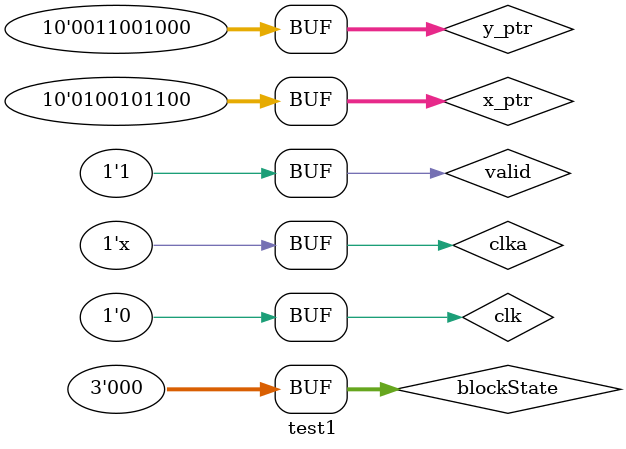
<source format=v>
`timescale 1ns / 1ps


module test1;

	// Inputs
	reg [2:0] blockState;
	reg [9:0] x_ptr;
	reg [9:0] y_ptr;
	reg valid;
	reg clk;

	// Outputs
	wire [11:0] RGB;

	// Instantiate the Unit Under Test (UUT)
	VGA_Control uut (
		.blockState(blockState), 
		.x_ptr(x_ptr), 
		.y_ptr(y_ptr), 
		.valid(valid), 
		.clk(clka), 
		.RGB(RGB)
	);

	initial begin
		// Initialize Inputs
		blockState = 0;
		x_ptr = 0;
		y_ptr = 0;
		valid = 0;
		clk = 0;

		// Wait 100 ns for global reset to finish
		#100;
       valid = 1;
		 blockState = 3'b000;
		
		x_ptr = 300;
		y_ptr = 200;
		// Add stimulus here

	end
      
	always #10 clka = ~clka; //Ä£ÄâÊ±ÖÓÖÜÆÚ
endmodule


</source>
